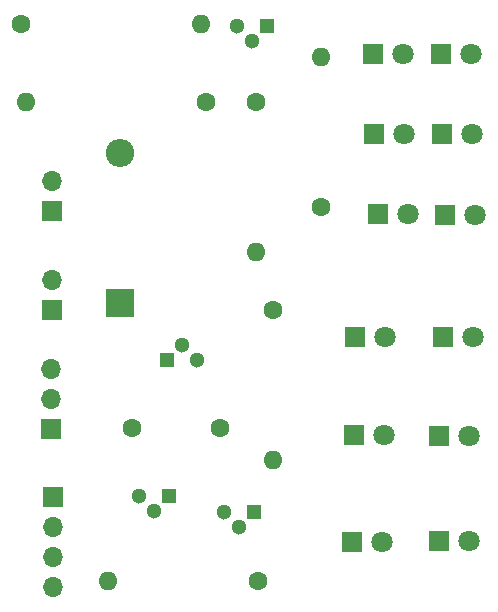
<source format=gbr>
%TF.GenerationSoftware,KiCad,Pcbnew,(5.1.0)-1*%
%TF.CreationDate,2021-11-19T17:00:51+02:00*%
%TF.ProjectId,25-station-led-alarm,32352d73-7461-4746-996f-6e2d6c65642d,rev?*%
%TF.SameCoordinates,Original*%
%TF.FileFunction,Soldermask,Bot*%
%TF.FilePolarity,Negative*%
%FSLAX46Y46*%
G04 Gerber Fmt 4.6, Leading zero omitted, Abs format (unit mm)*
G04 Created by KiCad (PCBNEW (5.1.0)-1) date 2021-11-19 17:00:51*
%MOMM*%
%LPD*%
G04 APERTURE LIST*
%ADD10R,1.800000X1.800000*%
%ADD11C,1.800000*%
%ADD12R,1.700000X1.700000*%
%ADD13O,1.700000X1.700000*%
%ADD14R,1.300000X1.300000*%
%ADD15C,1.300000*%
%ADD16R,2.400000X2.400000*%
%ADD17O,2.400000X2.400000*%
%ADD18C,1.600000*%
%ADD19O,1.600000X1.600000*%
G04 APERTURE END LIST*
D10*
%TO.C,D1*%
X95105220Y-107477560D03*
D11*
X97645220Y-107477560D03*
%TD*%
D12*
%TO.C,J1*%
X62252860Y-145059400D03*
D13*
X62252860Y-147599400D03*
X62252860Y-150139400D03*
X62252860Y-152679400D03*
%TD*%
D12*
%TO.C,J2*%
X62113160Y-139311380D03*
D13*
X62113160Y-136771380D03*
X62113160Y-134231380D03*
%TD*%
D12*
%TO.C,J3*%
X62166500Y-129164080D03*
D13*
X62166500Y-126624080D03*
%TD*%
%TO.C,J4*%
X62174120Y-118303040D03*
D12*
X62174120Y-120843040D03*
%TD*%
D14*
%TO.C,Q3*%
X71912480Y-133438900D03*
D15*
X74452480Y-133438900D03*
X73182480Y-132168900D03*
%TD*%
%TO.C,Q4*%
X70815200Y-146248120D03*
X69545200Y-144978120D03*
D14*
X72085200Y-144978120D03*
%TD*%
D10*
%TO.C,D2*%
X89354660Y-107482640D03*
D11*
X91894660Y-107482640D03*
%TD*%
%TO.C,D3*%
X97746820Y-114297460D03*
D10*
X95206820Y-114297460D03*
%TD*%
%TO.C,D4*%
X95509080Y-121132600D03*
D11*
X98049080Y-121132600D03*
%TD*%
%TO.C,D5*%
X97848469Y-131500561D03*
D10*
X95308469Y-131500561D03*
%TD*%
%TO.C,D6*%
X94973140Y-148722080D03*
D11*
X97513140Y-148722080D03*
%TD*%
%TO.C,D7*%
X97538540Y-139880340D03*
D10*
X94998540Y-139880340D03*
%TD*%
%TO.C,D8*%
X87861140Y-131521200D03*
D11*
X90401140Y-131521200D03*
%TD*%
D10*
%TO.C,D9*%
X89499440Y-114312700D03*
D11*
X92039440Y-114312700D03*
%TD*%
%TO.C,D10*%
X92295980Y-121053860D03*
D10*
X89755980Y-121053860D03*
%TD*%
D11*
%TO.C,D11*%
X90124280Y-148813520D03*
D10*
X87584280Y-148813520D03*
%TD*%
%TO.C,D12*%
X87782400Y-139801600D03*
D11*
X90322400Y-139801600D03*
%TD*%
D16*
%TO.C,D13*%
X67972940Y-128559560D03*
D17*
X67972940Y-115859560D03*
%TD*%
D15*
%TO.C,Q1*%
X79136240Y-106392980D03*
X77866240Y-105122980D03*
D14*
X80406240Y-105122980D03*
%TD*%
%TO.C,Q2*%
X79339440Y-146288760D03*
D15*
X76799440Y-146288760D03*
X78069440Y-147558760D03*
%TD*%
D18*
%TO.C,R2*%
X75265280Y-111597440D03*
D19*
X60025280Y-111597440D03*
%TD*%
D18*
%TO.C,R3*%
X80921860Y-129179320D03*
D19*
X80921860Y-141879320D03*
%TD*%
D18*
%TO.C,R4*%
X79504540Y-111589820D03*
D19*
X79504540Y-124289820D03*
%TD*%
%TO.C,R5*%
X66946780Y-152115520D03*
D18*
X79646780Y-152115520D03*
%TD*%
D19*
%TO.C,R6*%
X84940140Y-107749340D03*
D18*
X84940140Y-120449340D03*
%TD*%
D19*
%TO.C,R7*%
X74838560Y-104993440D03*
D18*
X59598560Y-104993440D03*
%TD*%
%TO.C,C3*%
X68940680Y-139214860D03*
X76440680Y-139214860D03*
%TD*%
M02*

</source>
